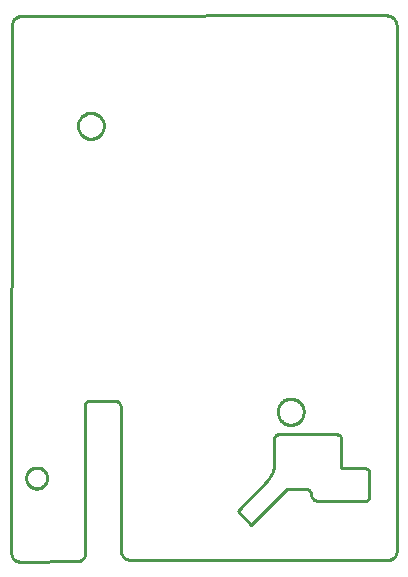
<source format=gko>
G04 EAGLE Gerber X2 export*
G75*
%MOMM*%
%FSLAX34Y34*%
%LPD*%
%AMOC8*
5,1,8,0,0,1.08239X$1,22.5*%
G01*
%ADD10C,0.076200*%
%ADD11C,0.000000*%
%ADD12C,0.254000*%


D10*
X324917Y5599D02*
X325101Y5601D01*
X325284Y5608D01*
X325468Y5619D01*
X325651Y5634D01*
X325833Y5654D01*
X326015Y5679D01*
X326197Y5707D01*
X326377Y5741D01*
X326557Y5778D01*
X326736Y5820D01*
X326914Y5866D01*
X327090Y5916D01*
X327266Y5971D01*
X327439Y6030D01*
X327612Y6093D01*
X327783Y6160D01*
X327952Y6231D01*
X328120Y6307D01*
X328285Y6386D01*
X328449Y6470D01*
X328610Y6557D01*
X328770Y6648D01*
X328927Y6743D01*
X329082Y6842D01*
X329234Y6944D01*
X329384Y7050D01*
X329531Y7160D01*
X329676Y7273D01*
X329818Y7390D01*
X329957Y7510D01*
X330093Y7634D01*
X330226Y7760D01*
X330356Y7890D01*
X330482Y8023D01*
X330606Y8159D01*
X330726Y8298D01*
X330843Y8440D01*
X330956Y8585D01*
X331066Y8732D01*
X331172Y8882D01*
X331274Y9034D01*
X331373Y9189D01*
X331468Y9346D01*
X331559Y9506D01*
X331646Y9667D01*
X331730Y9831D01*
X331809Y9996D01*
X331885Y10164D01*
X331956Y10333D01*
X332023Y10504D01*
X332086Y10677D01*
X332145Y10850D01*
X332200Y11026D01*
X332250Y11202D01*
X332296Y11380D01*
X332338Y11559D01*
X332375Y11739D01*
X332409Y11919D01*
X332437Y12101D01*
X332462Y12283D01*
X332482Y12465D01*
X332497Y12648D01*
X332508Y12832D01*
X332515Y13015D01*
X332517Y13199D01*
X332482Y49655D01*
X305582Y55583D02*
X265714Y55616D01*
X265562Y55618D01*
X265410Y55624D01*
X265259Y55634D01*
X265108Y55648D01*
X264957Y55666D01*
X264807Y55687D01*
X264657Y55713D01*
X264508Y55743D01*
X264360Y55776D01*
X264213Y55814D01*
X264067Y55855D01*
X263922Y55900D01*
X263778Y55949D01*
X263635Y56001D01*
X263494Y56057D01*
X263355Y56117D01*
X263217Y56181D01*
X263081Y56248D01*
X262946Y56319D01*
X262814Y56393D01*
X262684Y56471D01*
X262555Y56552D01*
X262429Y56636D01*
X262305Y56724D01*
X262183Y56815D01*
X262064Y56909D01*
X261947Y57006D01*
X261833Y57106D01*
X261722Y57209D01*
X261613Y57315D01*
X261507Y57424D01*
X261404Y57535D01*
X261304Y57649D01*
X261207Y57766D01*
X261113Y57885D01*
X261022Y58007D01*
X260934Y58131D01*
X260850Y58257D01*
X260769Y58386D01*
X260691Y58516D01*
X260617Y58648D01*
X260546Y58783D01*
X260479Y58919D01*
X260415Y59057D01*
X260355Y59196D01*
X260299Y59337D01*
X260247Y59480D01*
X260198Y59624D01*
X260153Y59769D01*
X260112Y59915D01*
X260074Y60062D01*
X260041Y60210D01*
X260011Y60359D01*
X259985Y60509D01*
X259964Y60659D01*
X259946Y60810D01*
X259932Y60961D01*
X259922Y61112D01*
X259916Y61264D01*
X259914Y61416D01*
X259912Y61542D01*
X259906Y61667D01*
X259896Y61792D01*
X259882Y61917D01*
X259865Y62042D01*
X259843Y62166D01*
X259818Y62289D01*
X259788Y62411D01*
X259755Y62532D01*
X259718Y62652D01*
X259678Y62771D01*
X259633Y62888D01*
X259585Y63005D01*
X259533Y63119D01*
X259478Y63232D01*
X259419Y63343D01*
X259357Y63452D01*
X259291Y63559D01*
X259222Y63664D01*
X259150Y63767D01*
X259075Y63868D01*
X258996Y63966D01*
X258914Y64061D01*
X258830Y64154D01*
X258742Y64244D01*
X258652Y64332D01*
X258559Y64416D01*
X258464Y64498D01*
X258366Y64577D01*
X258265Y64652D01*
X258162Y64724D01*
X258057Y64793D01*
X257950Y64859D01*
X257841Y64921D01*
X257730Y64980D01*
X257617Y65035D01*
X257503Y65087D01*
X257386Y65135D01*
X257269Y65180D01*
X257150Y65220D01*
X257030Y65257D01*
X256909Y65290D01*
X256787Y65320D01*
X256664Y65345D01*
X256540Y65367D01*
X256415Y65384D01*
X256290Y65398D01*
X256165Y65408D01*
X256040Y65414D01*
X255914Y65416D01*
X239514Y65416D01*
X209514Y35416D01*
X198114Y46816D01*
X223514Y73416D01*
X223819Y73743D01*
X224115Y74077D01*
X224404Y74419D01*
X224683Y74767D01*
X224954Y75122D01*
X225217Y75484D01*
X225470Y75851D01*
X225715Y76225D01*
X225950Y76605D01*
X226176Y76991D01*
X226392Y77381D01*
X226599Y77777D01*
X226796Y78178D01*
X226983Y78584D01*
X227160Y78994D01*
X227327Y79408D01*
X227484Y79827D01*
X227630Y80249D01*
X227766Y80674D01*
X227892Y81103D01*
X228007Y81534D01*
X228112Y81969D01*
X228206Y82405D01*
X228289Y82844D01*
X228362Y83285D01*
X228423Y83728D01*
X228474Y84171D01*
X228514Y84616D01*
X228514Y107816D01*
X228516Y107942D01*
X228522Y108067D01*
X228532Y108192D01*
X228546Y108317D01*
X228563Y108442D01*
X228585Y108566D01*
X228610Y108689D01*
X228640Y108811D01*
X228673Y108932D01*
X228710Y109052D01*
X228750Y109171D01*
X228795Y109288D01*
X228843Y109405D01*
X228895Y109519D01*
X228950Y109632D01*
X229009Y109743D01*
X229071Y109852D01*
X229137Y109959D01*
X229206Y110064D01*
X229278Y110167D01*
X229353Y110268D01*
X229432Y110366D01*
X229514Y110461D01*
X229598Y110554D01*
X229686Y110644D01*
X229776Y110732D01*
X229869Y110816D01*
X229964Y110898D01*
X230062Y110977D01*
X230163Y111052D01*
X230266Y111124D01*
X230371Y111193D01*
X230478Y111259D01*
X230587Y111321D01*
X230698Y111380D01*
X230811Y111435D01*
X230925Y111487D01*
X231042Y111535D01*
X231159Y111580D01*
X231278Y111620D01*
X231398Y111657D01*
X231519Y111690D01*
X231641Y111720D01*
X231764Y111745D01*
X231888Y111767D01*
X232013Y111784D01*
X232138Y111798D01*
X232263Y111808D01*
X232388Y111814D01*
X232514Y111816D01*
X281514Y111816D01*
X281640Y111814D01*
X281765Y111808D01*
X281890Y111798D01*
X282015Y111784D01*
X282140Y111767D01*
X282264Y111745D01*
X282387Y111720D01*
X282509Y111690D01*
X282630Y111657D01*
X282750Y111620D01*
X282869Y111580D01*
X282986Y111535D01*
X283103Y111487D01*
X283217Y111435D01*
X283330Y111380D01*
X283441Y111321D01*
X283550Y111259D01*
X283657Y111193D01*
X283762Y111124D01*
X283865Y111052D01*
X283966Y110977D01*
X284064Y110898D01*
X284159Y110816D01*
X284252Y110732D01*
X284342Y110644D01*
X284430Y110554D01*
X284514Y110461D01*
X284596Y110366D01*
X284675Y110268D01*
X284750Y110167D01*
X284822Y110064D01*
X284891Y109959D01*
X284957Y109852D01*
X285019Y109743D01*
X285078Y109632D01*
X285133Y109519D01*
X285185Y109405D01*
X285233Y109288D01*
X285278Y109171D01*
X285318Y109052D01*
X285355Y108932D01*
X285388Y108811D01*
X285418Y108689D01*
X285443Y108566D01*
X285465Y108442D01*
X285482Y108317D01*
X285496Y108192D01*
X285506Y108067D01*
X285512Y107942D01*
X285514Y107816D01*
X285514Y83016D01*
X305899Y82988D01*
X332482Y49655D02*
X332382Y457755D01*
X332379Y457968D01*
X332372Y458180D01*
X332359Y458392D01*
X332341Y458604D01*
X332318Y458816D01*
X332290Y459027D01*
X332256Y459237D01*
X332218Y459446D01*
X332175Y459654D01*
X332126Y459861D01*
X332073Y460067D01*
X332015Y460271D01*
X331951Y460474D01*
X331883Y460676D01*
X331810Y460876D01*
X331732Y461073D01*
X331650Y461269D01*
X331562Y461463D01*
X331471Y461655D01*
X331374Y461845D01*
X331273Y462032D01*
X331167Y462216D01*
X331057Y462398D01*
X330943Y462578D01*
X330824Y462754D01*
X330701Y462928D01*
X330574Y463098D01*
X330443Y463265D01*
X330308Y463430D01*
X330169Y463590D01*
X330026Y463748D01*
X329879Y463902D01*
X329729Y464052D01*
X329575Y464199D01*
X329417Y464342D01*
X329257Y464481D01*
X329092Y464616D01*
X328925Y464747D01*
X328755Y464874D01*
X328581Y464997D01*
X328405Y465116D01*
X328225Y465230D01*
X328043Y465340D01*
X327859Y465446D01*
X327672Y465547D01*
X327482Y465644D01*
X327290Y465735D01*
X327096Y465823D01*
X326900Y465905D01*
X326703Y465983D01*
X326503Y466056D01*
X326301Y466124D01*
X326098Y466188D01*
X325894Y466246D01*
X325688Y466299D01*
X325481Y466348D01*
X325273Y466391D01*
X325064Y466429D01*
X324854Y466463D01*
X324643Y466491D01*
X324431Y466514D01*
X324219Y466532D01*
X324007Y466545D01*
X323795Y466552D01*
X323582Y466555D01*
X15384Y466354D01*
X15167Y466351D01*
X14949Y466343D01*
X14732Y466330D01*
X14515Y466312D01*
X14299Y466288D01*
X14084Y466260D01*
X13869Y466226D01*
X13655Y466186D01*
X13442Y466142D01*
X13230Y466092D01*
X13020Y466038D01*
X12810Y465978D01*
X12603Y465914D01*
X12397Y465844D01*
X12193Y465769D01*
X11990Y465690D01*
X11790Y465605D01*
X11591Y465516D01*
X11395Y465422D01*
X11201Y465323D01*
X11010Y465220D01*
X10821Y465112D01*
X10635Y464999D01*
X10452Y464882D01*
X10271Y464761D01*
X10094Y464635D01*
X9920Y464505D01*
X9748Y464371D01*
X9580Y464233D01*
X9416Y464091D01*
X9255Y463944D01*
X9097Y463794D01*
X8944Y463641D01*
X8794Y463483D01*
X8647Y463322D01*
X8505Y463158D01*
X8367Y462990D01*
X8233Y462818D01*
X8103Y462644D01*
X7977Y462467D01*
X7856Y462286D01*
X7739Y462103D01*
X7626Y461917D01*
X7518Y461728D01*
X7415Y461537D01*
X7316Y461343D01*
X7222Y461147D01*
X7133Y460948D01*
X7048Y460748D01*
X6969Y460545D01*
X6894Y460341D01*
X6824Y460135D01*
X6760Y459928D01*
X6700Y459718D01*
X6646Y459508D01*
X6596Y459296D01*
X6552Y459083D01*
X6512Y458869D01*
X6478Y458654D01*
X6450Y458439D01*
X6426Y458223D01*
X6408Y458006D01*
X6395Y457789D01*
X6387Y457571D01*
X6384Y457354D01*
X6084Y11554D01*
X6086Y11370D01*
X6093Y11187D01*
X6104Y11003D01*
X6119Y10820D01*
X6139Y10638D01*
X6164Y10456D01*
X6192Y10274D01*
X6226Y10094D01*
X6263Y9914D01*
X6305Y9735D01*
X6351Y9557D01*
X6401Y9381D01*
X6456Y9205D01*
X6515Y9032D01*
X6578Y8859D01*
X6645Y8688D01*
X6716Y8519D01*
X6792Y8351D01*
X6871Y8186D01*
X6955Y8022D01*
X7042Y7861D01*
X7133Y7701D01*
X7228Y7544D01*
X7327Y7389D01*
X7429Y7237D01*
X7535Y7087D01*
X7645Y6940D01*
X7758Y6795D01*
X7875Y6653D01*
X7995Y6514D01*
X8119Y6378D01*
X8245Y6245D01*
X8375Y6115D01*
X8508Y5989D01*
X8644Y5865D01*
X8783Y5745D01*
X8925Y5628D01*
X9070Y5515D01*
X9217Y5405D01*
X9367Y5299D01*
X9519Y5197D01*
X9674Y5098D01*
X9831Y5003D01*
X9991Y4912D01*
X10152Y4825D01*
X10316Y4741D01*
X10481Y4662D01*
X10649Y4586D01*
X10818Y4515D01*
X10989Y4448D01*
X11162Y4385D01*
X11335Y4326D01*
X11511Y4271D01*
X11687Y4221D01*
X11865Y4175D01*
X12044Y4133D01*
X12224Y4096D01*
X12404Y4062D01*
X12586Y4034D01*
X12768Y4009D01*
X12950Y3989D01*
X13133Y3974D01*
X13317Y3963D01*
X13500Y3956D01*
X13684Y3954D01*
X62914Y4816D01*
X63060Y4818D01*
X63206Y4824D01*
X63352Y4834D01*
X63498Y4848D01*
X63643Y4865D01*
X63788Y4887D01*
X63932Y4913D01*
X64075Y4942D01*
X64217Y4976D01*
X64359Y5013D01*
X64499Y5054D01*
X64638Y5099D01*
X64776Y5147D01*
X64913Y5200D01*
X65048Y5255D01*
X65181Y5315D01*
X65313Y5378D01*
X65443Y5445D01*
X65572Y5515D01*
X65698Y5589D01*
X65822Y5666D01*
X65944Y5746D01*
X66064Y5830D01*
X66182Y5917D01*
X66297Y6007D01*
X66410Y6100D01*
X66520Y6197D01*
X66628Y6296D01*
X66732Y6398D01*
X66834Y6502D01*
X66933Y6610D01*
X67030Y6720D01*
X67123Y6833D01*
X67213Y6948D01*
X67300Y7066D01*
X67384Y7186D01*
X67464Y7308D01*
X67541Y7432D01*
X67615Y7558D01*
X67685Y7687D01*
X67752Y7817D01*
X67815Y7949D01*
X67875Y8082D01*
X67930Y8217D01*
X67983Y8354D01*
X68031Y8492D01*
X68076Y8631D01*
X68117Y8771D01*
X68154Y8913D01*
X68188Y9055D01*
X68217Y9198D01*
X68243Y9342D01*
X68265Y9487D01*
X68282Y9632D01*
X68296Y9778D01*
X68306Y9924D01*
X68312Y10070D01*
X68314Y10216D01*
X68314Y136416D01*
X68316Y136538D01*
X68322Y136659D01*
X68332Y136781D01*
X68345Y136902D01*
X68363Y137022D01*
X68384Y137142D01*
X68409Y137262D01*
X68438Y137380D01*
X68471Y137497D01*
X68508Y137613D01*
X68548Y137728D01*
X68592Y137842D01*
X68639Y137954D01*
X68690Y138065D01*
X68745Y138174D01*
X68803Y138281D01*
X68864Y138386D01*
X68929Y138489D01*
X68997Y138590D01*
X69069Y138689D01*
X69143Y138785D01*
X69221Y138879D01*
X69301Y138971D01*
X69384Y139060D01*
X69470Y139146D01*
X69559Y139229D01*
X69651Y139309D01*
X69745Y139387D01*
X69841Y139461D01*
X69940Y139533D01*
X70041Y139601D01*
X70144Y139666D01*
X70249Y139727D01*
X70356Y139785D01*
X70465Y139840D01*
X70576Y139891D01*
X70688Y139938D01*
X70802Y139982D01*
X70917Y140022D01*
X71033Y140059D01*
X71150Y140092D01*
X71268Y140121D01*
X71388Y140146D01*
X71508Y140167D01*
X71628Y140185D01*
X71749Y140198D01*
X71871Y140208D01*
X71992Y140214D01*
X72114Y140216D01*
X93514Y140216D01*
X93660Y140214D01*
X93806Y140208D01*
X93952Y140198D01*
X94098Y140184D01*
X94243Y140167D01*
X94388Y140145D01*
X94532Y140119D01*
X94675Y140090D01*
X94817Y140056D01*
X94959Y140019D01*
X95099Y139978D01*
X95238Y139933D01*
X95376Y139885D01*
X95513Y139832D01*
X95648Y139777D01*
X95781Y139717D01*
X95913Y139654D01*
X96043Y139587D01*
X96172Y139517D01*
X96298Y139443D01*
X96422Y139366D01*
X96544Y139286D01*
X96664Y139202D01*
X96782Y139115D01*
X96897Y139025D01*
X97010Y138932D01*
X97120Y138835D01*
X97228Y138736D01*
X97332Y138634D01*
X97434Y138530D01*
X97533Y138422D01*
X97630Y138312D01*
X97723Y138199D01*
X97813Y138084D01*
X97900Y137966D01*
X97984Y137846D01*
X98064Y137724D01*
X98141Y137600D01*
X98215Y137474D01*
X98285Y137345D01*
X98352Y137215D01*
X98415Y137083D01*
X98475Y136950D01*
X98530Y136815D01*
X98583Y136678D01*
X98631Y136540D01*
X98676Y136401D01*
X98717Y136261D01*
X98754Y136119D01*
X98788Y135977D01*
X98817Y135834D01*
X98843Y135690D01*
X98865Y135545D01*
X98882Y135400D01*
X98896Y135254D01*
X98906Y135108D01*
X98912Y134962D01*
X98914Y134816D01*
X98914Y13416D01*
X98916Y13228D01*
X98923Y13039D01*
X98934Y12851D01*
X98950Y12663D01*
X98971Y12476D01*
X98996Y12289D01*
X99025Y12103D01*
X99059Y11917D01*
X99098Y11733D01*
X99141Y11549D01*
X99188Y11367D01*
X99240Y11186D01*
X99296Y11006D01*
X99356Y10827D01*
X99421Y10650D01*
X99490Y10475D01*
X99563Y10301D01*
X99640Y10129D01*
X99722Y9959D01*
X99807Y9791D01*
X99897Y9625D01*
X99991Y9462D01*
X100088Y9300D01*
X100190Y9142D01*
X100295Y8985D01*
X100404Y8831D01*
X100516Y8680D01*
X100633Y8532D01*
X100752Y8386D01*
X100876Y8244D01*
X101002Y8104D01*
X101132Y7968D01*
X101266Y7834D01*
X101402Y7704D01*
X101542Y7578D01*
X101684Y7454D01*
X101830Y7335D01*
X101978Y7218D01*
X102129Y7106D01*
X102283Y6997D01*
X102440Y6892D01*
X102598Y6790D01*
X102760Y6693D01*
X102923Y6599D01*
X103089Y6509D01*
X103257Y6424D01*
X103427Y6342D01*
X103599Y6265D01*
X103773Y6192D01*
X103948Y6123D01*
X104125Y6058D01*
X104304Y5998D01*
X104484Y5942D01*
X104665Y5890D01*
X104847Y5843D01*
X105031Y5800D01*
X105215Y5761D01*
X105401Y5727D01*
X105587Y5698D01*
X105774Y5673D01*
X105961Y5652D01*
X106149Y5636D01*
X106337Y5625D01*
X106526Y5618D01*
X106714Y5616D01*
X324917Y5599D01*
D11*
X231716Y130960D02*
X231719Y131230D01*
X231729Y131500D01*
X231746Y131769D01*
X231769Y132038D01*
X231799Y132307D01*
X231835Y132574D01*
X231878Y132841D01*
X231927Y133106D01*
X231983Y133370D01*
X232046Y133633D01*
X232114Y133894D01*
X232190Y134153D01*
X232271Y134410D01*
X232359Y134666D01*
X232453Y134919D01*
X232553Y135170D01*
X232660Y135418D01*
X232772Y135663D01*
X232891Y135906D01*
X233015Y136145D01*
X233145Y136382D01*
X233281Y136615D01*
X233423Y136845D01*
X233570Y137071D01*
X233723Y137294D01*
X233881Y137513D01*
X234044Y137728D01*
X234213Y137938D01*
X234387Y138145D01*
X234566Y138347D01*
X234749Y138545D01*
X234938Y138738D01*
X235131Y138927D01*
X235329Y139110D01*
X235531Y139289D01*
X235738Y139463D01*
X235948Y139632D01*
X236163Y139795D01*
X236382Y139953D01*
X236605Y140106D01*
X236831Y140253D01*
X237061Y140395D01*
X237294Y140531D01*
X237531Y140661D01*
X237770Y140785D01*
X238013Y140904D01*
X238258Y141016D01*
X238506Y141123D01*
X238757Y141223D01*
X239010Y141317D01*
X239266Y141405D01*
X239523Y141486D01*
X239782Y141562D01*
X240043Y141630D01*
X240306Y141693D01*
X240570Y141749D01*
X240835Y141798D01*
X241102Y141841D01*
X241369Y141877D01*
X241638Y141907D01*
X241907Y141930D01*
X242176Y141947D01*
X242446Y141957D01*
X242716Y141960D01*
X242986Y141957D01*
X243256Y141947D01*
X243525Y141930D01*
X243794Y141907D01*
X244063Y141877D01*
X244330Y141841D01*
X244597Y141798D01*
X244862Y141749D01*
X245126Y141693D01*
X245389Y141630D01*
X245650Y141562D01*
X245909Y141486D01*
X246166Y141405D01*
X246422Y141317D01*
X246675Y141223D01*
X246926Y141123D01*
X247174Y141016D01*
X247419Y140904D01*
X247662Y140785D01*
X247901Y140661D01*
X248138Y140531D01*
X248371Y140395D01*
X248601Y140253D01*
X248827Y140106D01*
X249050Y139953D01*
X249269Y139795D01*
X249484Y139632D01*
X249694Y139463D01*
X249901Y139289D01*
X250103Y139110D01*
X250301Y138927D01*
X250494Y138738D01*
X250683Y138545D01*
X250866Y138347D01*
X251045Y138145D01*
X251219Y137938D01*
X251388Y137728D01*
X251551Y137513D01*
X251709Y137294D01*
X251862Y137071D01*
X252009Y136845D01*
X252151Y136615D01*
X252287Y136382D01*
X252417Y136145D01*
X252541Y135906D01*
X252660Y135663D01*
X252772Y135418D01*
X252879Y135170D01*
X252979Y134919D01*
X253073Y134666D01*
X253161Y134410D01*
X253242Y134153D01*
X253318Y133894D01*
X253386Y133633D01*
X253449Y133370D01*
X253505Y133106D01*
X253554Y132841D01*
X253597Y132574D01*
X253633Y132307D01*
X253663Y132038D01*
X253686Y131769D01*
X253703Y131500D01*
X253713Y131230D01*
X253716Y130960D01*
X253713Y130690D01*
X253703Y130420D01*
X253686Y130151D01*
X253663Y129882D01*
X253633Y129613D01*
X253597Y129346D01*
X253554Y129079D01*
X253505Y128814D01*
X253449Y128550D01*
X253386Y128287D01*
X253318Y128026D01*
X253242Y127767D01*
X253161Y127510D01*
X253073Y127254D01*
X252979Y127001D01*
X252879Y126750D01*
X252772Y126502D01*
X252660Y126257D01*
X252541Y126014D01*
X252417Y125775D01*
X252287Y125538D01*
X252151Y125305D01*
X252009Y125075D01*
X251862Y124849D01*
X251709Y124626D01*
X251551Y124407D01*
X251388Y124192D01*
X251219Y123982D01*
X251045Y123775D01*
X250866Y123573D01*
X250683Y123375D01*
X250494Y123182D01*
X250301Y122993D01*
X250103Y122810D01*
X249901Y122631D01*
X249694Y122457D01*
X249484Y122288D01*
X249269Y122125D01*
X249050Y121967D01*
X248827Y121814D01*
X248601Y121667D01*
X248371Y121525D01*
X248138Y121389D01*
X247901Y121259D01*
X247662Y121135D01*
X247419Y121016D01*
X247174Y120904D01*
X246926Y120797D01*
X246675Y120697D01*
X246422Y120603D01*
X246166Y120515D01*
X245909Y120434D01*
X245650Y120358D01*
X245389Y120290D01*
X245126Y120227D01*
X244862Y120171D01*
X244597Y120122D01*
X244330Y120079D01*
X244063Y120043D01*
X243794Y120013D01*
X243525Y119990D01*
X243256Y119973D01*
X242986Y119963D01*
X242716Y119960D01*
X242446Y119963D01*
X242176Y119973D01*
X241907Y119990D01*
X241638Y120013D01*
X241369Y120043D01*
X241102Y120079D01*
X240835Y120122D01*
X240570Y120171D01*
X240306Y120227D01*
X240043Y120290D01*
X239782Y120358D01*
X239523Y120434D01*
X239266Y120515D01*
X239010Y120603D01*
X238757Y120697D01*
X238506Y120797D01*
X238258Y120904D01*
X238013Y121016D01*
X237770Y121135D01*
X237531Y121259D01*
X237294Y121389D01*
X237061Y121525D01*
X236831Y121667D01*
X236605Y121814D01*
X236382Y121967D01*
X236163Y122125D01*
X235948Y122288D01*
X235738Y122457D01*
X235531Y122631D01*
X235329Y122810D01*
X235131Y122993D01*
X234938Y123182D01*
X234749Y123375D01*
X234566Y123573D01*
X234387Y123775D01*
X234213Y123982D01*
X234044Y124192D01*
X233881Y124407D01*
X233723Y124626D01*
X233570Y124849D01*
X233423Y125075D01*
X233281Y125305D01*
X233145Y125538D01*
X233015Y125775D01*
X232891Y126014D01*
X232772Y126257D01*
X232660Y126502D01*
X232553Y126750D01*
X232453Y127001D01*
X232359Y127254D01*
X232271Y127510D01*
X232190Y127767D01*
X232114Y128026D01*
X232046Y128287D01*
X231983Y128550D01*
X231927Y128814D01*
X231878Y129079D01*
X231835Y129346D01*
X231799Y129613D01*
X231769Y129882D01*
X231746Y130151D01*
X231729Y130420D01*
X231719Y130690D01*
X231716Y130960D01*
X62583Y372960D02*
X62586Y373230D01*
X62596Y373500D01*
X62613Y373769D01*
X62636Y374038D01*
X62666Y374307D01*
X62702Y374574D01*
X62745Y374841D01*
X62794Y375106D01*
X62850Y375370D01*
X62913Y375633D01*
X62981Y375894D01*
X63057Y376153D01*
X63138Y376410D01*
X63226Y376666D01*
X63320Y376919D01*
X63420Y377170D01*
X63527Y377418D01*
X63639Y377663D01*
X63758Y377906D01*
X63882Y378145D01*
X64012Y378382D01*
X64148Y378615D01*
X64290Y378845D01*
X64437Y379071D01*
X64590Y379294D01*
X64748Y379513D01*
X64911Y379728D01*
X65080Y379938D01*
X65254Y380145D01*
X65433Y380347D01*
X65616Y380545D01*
X65805Y380738D01*
X65998Y380927D01*
X66196Y381110D01*
X66398Y381289D01*
X66605Y381463D01*
X66815Y381632D01*
X67030Y381795D01*
X67249Y381953D01*
X67472Y382106D01*
X67698Y382253D01*
X67928Y382395D01*
X68161Y382531D01*
X68398Y382661D01*
X68637Y382785D01*
X68880Y382904D01*
X69125Y383016D01*
X69373Y383123D01*
X69624Y383223D01*
X69877Y383317D01*
X70133Y383405D01*
X70390Y383486D01*
X70649Y383562D01*
X70910Y383630D01*
X71173Y383693D01*
X71437Y383749D01*
X71702Y383798D01*
X71969Y383841D01*
X72236Y383877D01*
X72505Y383907D01*
X72774Y383930D01*
X73043Y383947D01*
X73313Y383957D01*
X73583Y383960D01*
X73853Y383957D01*
X74123Y383947D01*
X74392Y383930D01*
X74661Y383907D01*
X74930Y383877D01*
X75197Y383841D01*
X75464Y383798D01*
X75729Y383749D01*
X75993Y383693D01*
X76256Y383630D01*
X76517Y383562D01*
X76776Y383486D01*
X77033Y383405D01*
X77289Y383317D01*
X77542Y383223D01*
X77793Y383123D01*
X78041Y383016D01*
X78286Y382904D01*
X78529Y382785D01*
X78768Y382661D01*
X79005Y382531D01*
X79238Y382395D01*
X79468Y382253D01*
X79694Y382106D01*
X79917Y381953D01*
X80136Y381795D01*
X80351Y381632D01*
X80561Y381463D01*
X80768Y381289D01*
X80970Y381110D01*
X81168Y380927D01*
X81361Y380738D01*
X81550Y380545D01*
X81733Y380347D01*
X81912Y380145D01*
X82086Y379938D01*
X82255Y379728D01*
X82418Y379513D01*
X82576Y379294D01*
X82729Y379071D01*
X82876Y378845D01*
X83018Y378615D01*
X83154Y378382D01*
X83284Y378145D01*
X83408Y377906D01*
X83527Y377663D01*
X83639Y377418D01*
X83746Y377170D01*
X83846Y376919D01*
X83940Y376666D01*
X84028Y376410D01*
X84109Y376153D01*
X84185Y375894D01*
X84253Y375633D01*
X84316Y375370D01*
X84372Y375106D01*
X84421Y374841D01*
X84464Y374574D01*
X84500Y374307D01*
X84530Y374038D01*
X84553Y373769D01*
X84570Y373500D01*
X84580Y373230D01*
X84583Y372960D01*
X84580Y372690D01*
X84570Y372420D01*
X84553Y372151D01*
X84530Y371882D01*
X84500Y371613D01*
X84464Y371346D01*
X84421Y371079D01*
X84372Y370814D01*
X84316Y370550D01*
X84253Y370287D01*
X84185Y370026D01*
X84109Y369767D01*
X84028Y369510D01*
X83940Y369254D01*
X83846Y369001D01*
X83746Y368750D01*
X83639Y368502D01*
X83527Y368257D01*
X83408Y368014D01*
X83284Y367775D01*
X83154Y367538D01*
X83018Y367305D01*
X82876Y367075D01*
X82729Y366849D01*
X82576Y366626D01*
X82418Y366407D01*
X82255Y366192D01*
X82086Y365982D01*
X81912Y365775D01*
X81733Y365573D01*
X81550Y365375D01*
X81361Y365182D01*
X81168Y364993D01*
X80970Y364810D01*
X80768Y364631D01*
X80561Y364457D01*
X80351Y364288D01*
X80136Y364125D01*
X79917Y363967D01*
X79694Y363814D01*
X79468Y363667D01*
X79238Y363525D01*
X79005Y363389D01*
X78768Y363259D01*
X78529Y363135D01*
X78286Y363016D01*
X78041Y362904D01*
X77793Y362797D01*
X77542Y362697D01*
X77289Y362603D01*
X77033Y362515D01*
X76776Y362434D01*
X76517Y362358D01*
X76256Y362290D01*
X75993Y362227D01*
X75729Y362171D01*
X75464Y362122D01*
X75197Y362079D01*
X74930Y362043D01*
X74661Y362013D01*
X74392Y361990D01*
X74123Y361973D01*
X73853Y361963D01*
X73583Y361960D01*
X73313Y361963D01*
X73043Y361973D01*
X72774Y361990D01*
X72505Y362013D01*
X72236Y362043D01*
X71969Y362079D01*
X71702Y362122D01*
X71437Y362171D01*
X71173Y362227D01*
X70910Y362290D01*
X70649Y362358D01*
X70390Y362434D01*
X70133Y362515D01*
X69877Y362603D01*
X69624Y362697D01*
X69373Y362797D01*
X69125Y362904D01*
X68880Y363016D01*
X68637Y363135D01*
X68398Y363259D01*
X68161Y363389D01*
X67928Y363525D01*
X67698Y363667D01*
X67472Y363814D01*
X67249Y363967D01*
X67030Y364125D01*
X66815Y364288D01*
X66605Y364457D01*
X66398Y364631D01*
X66196Y364810D01*
X65998Y364993D01*
X65805Y365182D01*
X65616Y365375D01*
X65433Y365573D01*
X65254Y365775D01*
X65080Y365982D01*
X64911Y366192D01*
X64748Y366407D01*
X64590Y366626D01*
X64437Y366849D01*
X64290Y367075D01*
X64148Y367305D01*
X64012Y367538D01*
X63882Y367775D01*
X63758Y368014D01*
X63639Y368257D01*
X63527Y368502D01*
X63420Y368750D01*
X63320Y369001D01*
X63226Y369254D01*
X63138Y369510D01*
X63057Y369767D01*
X62981Y370026D01*
X62913Y370287D01*
X62850Y370550D01*
X62794Y370814D01*
X62745Y371079D01*
X62702Y371346D01*
X62666Y371613D01*
X62636Y371882D01*
X62613Y372151D01*
X62596Y372420D01*
X62586Y372690D01*
X62583Y372960D01*
X18795Y74866D02*
X18798Y75084D01*
X18806Y75302D01*
X18819Y75520D01*
X18838Y75737D01*
X18862Y75954D01*
X18891Y76170D01*
X18926Y76386D01*
X18966Y76600D01*
X19011Y76814D01*
X19061Y77026D01*
X19117Y77237D01*
X19178Y77447D01*
X19244Y77655D01*
X19315Y77861D01*
X19391Y78065D01*
X19472Y78268D01*
X19558Y78469D01*
X19649Y78667D01*
X19744Y78863D01*
X19845Y79057D01*
X19950Y79248D01*
X20060Y79436D01*
X20174Y79622D01*
X20293Y79805D01*
X20417Y79985D01*
X20544Y80162D01*
X20677Y80335D01*
X20813Y80506D01*
X20953Y80673D01*
X21098Y80836D01*
X21246Y80996D01*
X21399Y81152D01*
X21555Y81305D01*
X21715Y81453D01*
X21878Y81598D01*
X22045Y81738D01*
X22216Y81874D01*
X22389Y82007D01*
X22566Y82134D01*
X22746Y82258D01*
X22929Y82377D01*
X23115Y82491D01*
X23303Y82601D01*
X23494Y82706D01*
X23688Y82807D01*
X23884Y82902D01*
X24082Y82993D01*
X24283Y83079D01*
X24486Y83160D01*
X24690Y83236D01*
X24896Y83307D01*
X25104Y83373D01*
X25314Y83434D01*
X25525Y83490D01*
X25737Y83540D01*
X25951Y83585D01*
X26165Y83625D01*
X26381Y83660D01*
X26597Y83689D01*
X26814Y83713D01*
X27031Y83732D01*
X27249Y83745D01*
X27467Y83753D01*
X27685Y83756D01*
X27903Y83753D01*
X28121Y83745D01*
X28339Y83732D01*
X28556Y83713D01*
X28773Y83689D01*
X28989Y83660D01*
X29205Y83625D01*
X29419Y83585D01*
X29633Y83540D01*
X29845Y83490D01*
X30056Y83434D01*
X30266Y83373D01*
X30474Y83307D01*
X30680Y83236D01*
X30884Y83160D01*
X31087Y83079D01*
X31288Y82993D01*
X31486Y82902D01*
X31682Y82807D01*
X31876Y82706D01*
X32067Y82601D01*
X32255Y82491D01*
X32441Y82377D01*
X32624Y82258D01*
X32804Y82134D01*
X32981Y82007D01*
X33154Y81874D01*
X33325Y81738D01*
X33492Y81598D01*
X33655Y81453D01*
X33815Y81305D01*
X33971Y81152D01*
X34124Y80996D01*
X34272Y80836D01*
X34417Y80673D01*
X34557Y80506D01*
X34693Y80335D01*
X34826Y80162D01*
X34953Y79985D01*
X35077Y79805D01*
X35196Y79622D01*
X35310Y79436D01*
X35420Y79248D01*
X35525Y79057D01*
X35626Y78863D01*
X35721Y78667D01*
X35812Y78469D01*
X35898Y78268D01*
X35979Y78065D01*
X36055Y77861D01*
X36126Y77655D01*
X36192Y77447D01*
X36253Y77237D01*
X36309Y77026D01*
X36359Y76814D01*
X36404Y76600D01*
X36444Y76386D01*
X36479Y76170D01*
X36508Y75954D01*
X36532Y75737D01*
X36551Y75520D01*
X36564Y75302D01*
X36572Y75084D01*
X36575Y74866D01*
X36572Y74648D01*
X36564Y74430D01*
X36551Y74212D01*
X36532Y73995D01*
X36508Y73778D01*
X36479Y73562D01*
X36444Y73346D01*
X36404Y73132D01*
X36359Y72918D01*
X36309Y72706D01*
X36253Y72495D01*
X36192Y72285D01*
X36126Y72077D01*
X36055Y71871D01*
X35979Y71667D01*
X35898Y71464D01*
X35812Y71263D01*
X35721Y71065D01*
X35626Y70869D01*
X35525Y70675D01*
X35420Y70484D01*
X35310Y70296D01*
X35196Y70110D01*
X35077Y69927D01*
X34953Y69747D01*
X34826Y69570D01*
X34693Y69397D01*
X34557Y69226D01*
X34417Y69059D01*
X34272Y68896D01*
X34124Y68736D01*
X33971Y68580D01*
X33815Y68427D01*
X33655Y68279D01*
X33492Y68134D01*
X33325Y67994D01*
X33154Y67858D01*
X32981Y67725D01*
X32804Y67598D01*
X32624Y67474D01*
X32441Y67355D01*
X32255Y67241D01*
X32067Y67131D01*
X31876Y67026D01*
X31682Y66925D01*
X31486Y66830D01*
X31288Y66739D01*
X31087Y66653D01*
X30884Y66572D01*
X30680Y66496D01*
X30474Y66425D01*
X30266Y66359D01*
X30056Y66298D01*
X29845Y66242D01*
X29633Y66192D01*
X29419Y66147D01*
X29205Y66107D01*
X28989Y66072D01*
X28773Y66043D01*
X28556Y66019D01*
X28339Y66000D01*
X28121Y65987D01*
X27903Y65979D01*
X27685Y65976D01*
X27467Y65979D01*
X27249Y65987D01*
X27031Y66000D01*
X26814Y66019D01*
X26597Y66043D01*
X26381Y66072D01*
X26165Y66107D01*
X25951Y66147D01*
X25737Y66192D01*
X25525Y66242D01*
X25314Y66298D01*
X25104Y66359D01*
X24896Y66425D01*
X24690Y66496D01*
X24486Y66572D01*
X24283Y66653D01*
X24082Y66739D01*
X23884Y66830D01*
X23688Y66925D01*
X23494Y67026D01*
X23303Y67131D01*
X23115Y67241D01*
X22929Y67355D01*
X22746Y67474D01*
X22566Y67598D01*
X22389Y67725D01*
X22216Y67858D01*
X22045Y67994D01*
X21878Y68134D01*
X21715Y68279D01*
X21555Y68427D01*
X21399Y68580D01*
X21246Y68736D01*
X21098Y68896D01*
X20953Y69059D01*
X20813Y69226D01*
X20677Y69397D01*
X20544Y69570D01*
X20417Y69747D01*
X20293Y69927D01*
X20174Y70110D01*
X20060Y70296D01*
X19950Y70484D01*
X19845Y70675D01*
X19744Y70869D01*
X19649Y71065D01*
X19558Y71263D01*
X19472Y71464D01*
X19391Y71667D01*
X19315Y71871D01*
X19244Y72077D01*
X19178Y72285D01*
X19117Y72495D01*
X19061Y72706D01*
X19011Y72918D01*
X18966Y73132D01*
X18926Y73346D01*
X18891Y73562D01*
X18862Y73778D01*
X18838Y73995D01*
X18819Y74212D01*
X18806Y74430D01*
X18798Y74648D01*
X18795Y74866D01*
D10*
X309103Y79784D02*
X309081Y58552D01*
X309103Y79784D02*
X309101Y79896D01*
X309095Y80007D01*
X309085Y80119D01*
X309072Y80230D01*
X309054Y80340D01*
X309033Y80450D01*
X309008Y80559D01*
X308979Y80667D01*
X308946Y80774D01*
X308910Y80880D01*
X308870Y80984D01*
X308826Y81087D01*
X308779Y81189D01*
X308728Y81288D01*
X308674Y81386D01*
X308616Y81482D01*
X308555Y81576D01*
X308491Y81667D01*
X308424Y81757D01*
X308353Y81843D01*
X308280Y81928D01*
X308204Y82010D01*
X308125Y82089D01*
X308043Y82165D01*
X307958Y82238D01*
X307872Y82309D01*
X307782Y82376D01*
X307691Y82440D01*
X307597Y82501D01*
X307501Y82559D01*
X307403Y82613D01*
X307304Y82664D01*
X307202Y82711D01*
X307099Y82755D01*
X306995Y82795D01*
X306889Y82831D01*
X306782Y82864D01*
X306674Y82893D01*
X306565Y82918D01*
X306455Y82939D01*
X306345Y82957D01*
X306234Y82970D01*
X306122Y82980D01*
X306011Y82986D01*
X305899Y82988D01*
X305572Y55583D02*
X305582Y55583D01*
X306111Y55583D01*
X306111Y55582D02*
X306217Y55584D01*
X306323Y55590D01*
X306428Y55599D01*
X306534Y55612D01*
X306638Y55629D01*
X306742Y55650D01*
X306846Y55674D01*
X306948Y55702D01*
X307049Y55734D01*
X307149Y55769D01*
X307248Y55808D01*
X307345Y55850D01*
X307440Y55896D01*
X307534Y55945D01*
X307627Y55998D01*
X307717Y56053D01*
X307805Y56112D01*
X307891Y56174D01*
X307975Y56239D01*
X308056Y56307D01*
X308135Y56378D01*
X308211Y56452D01*
X308285Y56528D01*
X308356Y56607D01*
X308424Y56688D01*
X308489Y56772D01*
X308551Y56858D01*
X308610Y56946D01*
X308665Y57036D01*
X308718Y57129D01*
X308767Y57223D01*
X308813Y57318D01*
X308855Y57415D01*
X308894Y57514D01*
X308929Y57614D01*
X308961Y57715D01*
X308989Y57817D01*
X309013Y57921D01*
X309034Y58025D01*
X309051Y58129D01*
X309064Y58235D01*
X309073Y58340D01*
X309079Y58446D01*
X309081Y58552D01*
D12*
X6084Y11554D02*
X6113Y10892D01*
X6199Y10234D01*
X6343Y9587D01*
X6542Y8955D01*
X6796Y8342D01*
X7102Y7754D01*
X7458Y7195D01*
X7862Y6669D01*
X8310Y6180D01*
X8799Y5732D01*
X9325Y5329D01*
X9884Y4972D01*
X10472Y4666D01*
X11085Y4412D01*
X11717Y4213D01*
X12364Y4070D01*
X13021Y3983D01*
X13684Y3954D01*
X62914Y4816D01*
X63385Y4837D01*
X63852Y4898D01*
X64312Y5000D01*
X64761Y5142D01*
X65197Y5322D01*
X65614Y5539D01*
X66012Y5793D01*
X66385Y6079D01*
X66733Y6398D01*
X67051Y6745D01*
X67338Y7119D01*
X67591Y7516D01*
X67808Y7934D01*
X67989Y8369D01*
X68130Y8818D01*
X68232Y9278D01*
X68294Y9745D01*
X68314Y10216D01*
X68314Y136416D01*
X68329Y136747D01*
X68372Y137076D01*
X68444Y137400D01*
X68544Y137716D01*
X68670Y138022D01*
X68824Y138316D01*
X69002Y138596D01*
X69203Y138859D01*
X69427Y139103D01*
X69672Y139327D01*
X69935Y139529D01*
X70214Y139707D01*
X70508Y139860D01*
X70815Y139987D01*
X71131Y140087D01*
X71455Y140158D01*
X71783Y140202D01*
X72114Y140216D01*
X93514Y140216D01*
X93985Y140195D01*
X94452Y140134D01*
X94912Y140032D01*
X95361Y139890D01*
X95797Y139710D01*
X96214Y139493D01*
X96612Y139239D01*
X96985Y138953D01*
X97333Y138634D01*
X97651Y138287D01*
X97938Y137913D01*
X98191Y137516D01*
X98408Y137098D01*
X98589Y136663D01*
X98730Y136214D01*
X98832Y135754D01*
X98894Y135287D01*
X98914Y134816D01*
X98914Y13416D01*
X98944Y12736D01*
X99033Y12062D01*
X99180Y11397D01*
X99385Y10748D01*
X99645Y10120D01*
X99959Y9516D01*
X100325Y8942D01*
X100739Y8402D01*
X101199Y7901D01*
X101701Y7441D01*
X102241Y7027D01*
X102814Y6661D01*
X103418Y6347D01*
X104047Y6086D01*
X104696Y5882D01*
X105360Y5735D01*
X106035Y5646D01*
X106714Y5616D01*
X324917Y5599D01*
X325579Y5628D01*
X326236Y5715D01*
X326884Y5858D01*
X327516Y6058D01*
X328129Y6311D01*
X328717Y6618D01*
X329276Y6974D01*
X329802Y7377D01*
X330291Y7825D01*
X330739Y8314D01*
X331142Y8840D01*
X331498Y9399D01*
X331805Y9987D01*
X332058Y10600D01*
X332258Y11232D01*
X332401Y11880D01*
X332488Y12537D01*
X332517Y13199D01*
X332482Y49655D01*
X332382Y457755D01*
X332349Y458522D01*
X332248Y459283D01*
X332082Y460032D01*
X331851Y460764D01*
X331558Y461474D01*
X331203Y462155D01*
X330791Y462802D01*
X330323Y463411D01*
X329805Y463977D01*
X329239Y464496D01*
X328630Y464963D01*
X327982Y465376D01*
X327301Y465730D01*
X326592Y466024D01*
X325860Y466255D01*
X325110Y466421D01*
X324349Y466521D01*
X323582Y466555D01*
X15384Y466354D01*
X14599Y466320D01*
X13821Y466217D01*
X13054Y466047D01*
X12306Y465811D01*
X11580Y465511D01*
X10884Y465148D01*
X10222Y464726D01*
X9599Y464249D01*
X9020Y463718D01*
X8489Y463139D01*
X8011Y462516D01*
X7590Y461854D01*
X7227Y461158D01*
X6927Y460432D01*
X6691Y459683D01*
X6521Y458917D01*
X6418Y458139D01*
X6384Y457354D01*
X6084Y11554D01*
X198114Y46816D02*
X209514Y35416D01*
X239514Y65416D01*
X255914Y65416D01*
X256263Y65401D01*
X256609Y65355D01*
X256950Y65280D01*
X257283Y65175D01*
X257605Y65041D01*
X257914Y64880D01*
X258209Y64693D01*
X258486Y64480D01*
X258743Y64244D01*
X258979Y63987D01*
X259191Y63710D01*
X259379Y63416D01*
X259540Y63106D01*
X259673Y62784D01*
X259778Y62451D01*
X259854Y62111D01*
X259899Y61765D01*
X259914Y61416D01*
X259936Y60911D01*
X260003Y60409D01*
X260112Y59915D01*
X260264Y59432D01*
X260458Y58965D01*
X260691Y58516D01*
X260963Y58089D01*
X261271Y57688D01*
X261613Y57315D01*
X261986Y56973D01*
X262388Y56665D01*
X262814Y56393D01*
X263263Y56159D01*
X263731Y55966D01*
X264213Y55814D01*
X264707Y55704D01*
X265209Y55638D01*
X265714Y55616D01*
X305582Y55583D01*
X306111Y55583D01*
X306370Y55594D01*
X306627Y55628D01*
X306880Y55684D01*
X307127Y55762D01*
X307366Y55861D01*
X307596Y55981D01*
X307815Y56120D01*
X308020Y56278D01*
X308211Y56453D01*
X308386Y56644D01*
X308544Y56849D01*
X308683Y57068D01*
X308803Y57297D01*
X308902Y57537D01*
X308980Y57784D01*
X309036Y58037D01*
X309070Y58294D01*
X309081Y58552D01*
X309103Y79784D01*
X309091Y80064D01*
X309054Y80341D01*
X308994Y80614D01*
X308910Y80880D01*
X308803Y81138D01*
X308674Y81386D01*
X308523Y81622D01*
X308353Y81844D01*
X308164Y82050D01*
X307958Y82239D01*
X307737Y82409D01*
X307501Y82559D01*
X307253Y82688D01*
X306995Y82795D01*
X306728Y82879D01*
X306455Y82939D01*
X306178Y82976D01*
X305899Y82988D01*
X285514Y83016D01*
X285514Y107816D01*
X285499Y108165D01*
X285454Y108511D01*
X285378Y108851D01*
X285273Y109184D01*
X285140Y109506D01*
X284979Y109816D01*
X284791Y110110D01*
X284579Y110387D01*
X284343Y110644D01*
X284086Y110880D01*
X283809Y111093D01*
X283514Y111280D01*
X283205Y111441D01*
X282883Y111575D01*
X282550Y111680D01*
X282209Y111755D01*
X281863Y111801D01*
X281514Y111816D01*
X232514Y111816D01*
X232166Y111801D01*
X231820Y111755D01*
X231479Y111680D01*
X231146Y111575D01*
X230824Y111441D01*
X230514Y111280D01*
X230220Y111093D01*
X229943Y110880D01*
X229686Y110644D01*
X229450Y110387D01*
X229238Y110110D01*
X229050Y109816D01*
X228889Y109506D01*
X228756Y109184D01*
X228651Y108851D01*
X228575Y108511D01*
X228530Y108165D01*
X228514Y107816D01*
X228514Y84616D01*
X228360Y83273D01*
X228051Y81710D01*
X227607Y80180D01*
X227032Y78694D01*
X226329Y77264D01*
X225504Y75901D01*
X224563Y74615D01*
X223514Y73416D01*
X198114Y46816D01*
X253716Y130528D02*
X253648Y129666D01*
X253513Y128813D01*
X253311Y127972D01*
X253044Y127150D01*
X252713Y126352D01*
X252321Y125581D01*
X251869Y124844D01*
X251361Y124145D01*
X250800Y123488D01*
X250188Y122877D01*
X249531Y122315D01*
X248832Y121807D01*
X248095Y121355D01*
X247325Y120963D01*
X246526Y120632D01*
X245704Y120365D01*
X244864Y120163D01*
X244010Y120028D01*
X243148Y119960D01*
X242284Y119960D01*
X241422Y120028D01*
X240568Y120163D01*
X239728Y120365D01*
X238906Y120632D01*
X238107Y120963D01*
X237337Y121355D01*
X236600Y121807D01*
X235901Y122315D01*
X235243Y122877D01*
X234632Y123488D01*
X234071Y124145D01*
X233563Y124844D01*
X233111Y125581D01*
X232719Y126352D01*
X232388Y127150D01*
X232121Y127972D01*
X231919Y128813D01*
X231784Y129666D01*
X231716Y130528D01*
X231716Y131393D01*
X231784Y132254D01*
X231919Y133108D01*
X232121Y133949D01*
X232388Y134771D01*
X232719Y135569D01*
X233111Y136339D01*
X233563Y137076D01*
X234071Y137776D01*
X234632Y138433D01*
X235243Y139044D01*
X235901Y139606D01*
X236600Y140114D01*
X237337Y140565D01*
X238107Y140958D01*
X238906Y141288D01*
X239728Y141556D01*
X240568Y141757D01*
X241422Y141893D01*
X242284Y141960D01*
X243148Y141960D01*
X244010Y141893D01*
X244864Y141757D01*
X245704Y141556D01*
X246526Y141288D01*
X247325Y140958D01*
X248095Y140565D01*
X248832Y140114D01*
X249531Y139606D01*
X250188Y139044D01*
X250800Y138433D01*
X251361Y137776D01*
X251869Y137076D01*
X252321Y136339D01*
X252713Y135569D01*
X253044Y134771D01*
X253311Y133949D01*
X253513Y133108D01*
X253648Y132254D01*
X253716Y131393D01*
X253716Y130528D01*
X84583Y372528D02*
X84516Y371666D01*
X84380Y370813D01*
X84179Y369972D01*
X83912Y369150D01*
X83581Y368352D01*
X83188Y367581D01*
X82737Y366844D01*
X82229Y366145D01*
X81667Y365488D01*
X81056Y364877D01*
X80399Y364315D01*
X79699Y363807D01*
X78962Y363355D01*
X78192Y362963D01*
X77394Y362632D01*
X76572Y362365D01*
X75731Y362163D01*
X74877Y362028D01*
X74016Y361960D01*
X73151Y361960D01*
X72290Y362028D01*
X71436Y362163D01*
X70595Y362365D01*
X69773Y362632D01*
X68975Y362963D01*
X68205Y363355D01*
X67467Y363807D01*
X66768Y364315D01*
X66111Y364877D01*
X65500Y365488D01*
X64938Y366145D01*
X64430Y366844D01*
X63979Y367581D01*
X63586Y368352D01*
X63255Y369150D01*
X62988Y369972D01*
X62787Y370813D01*
X62651Y371666D01*
X62583Y372528D01*
X62583Y373393D01*
X62651Y374254D01*
X62787Y375108D01*
X62988Y375949D01*
X63255Y376771D01*
X63586Y377569D01*
X63979Y378339D01*
X64430Y379076D01*
X64938Y379776D01*
X65500Y380433D01*
X66111Y381044D01*
X66768Y381606D01*
X67467Y382114D01*
X68205Y382565D01*
X68975Y382958D01*
X69773Y383288D01*
X70595Y383556D01*
X71436Y383757D01*
X72290Y383893D01*
X73151Y383960D01*
X74016Y383960D01*
X74877Y383893D01*
X75731Y383757D01*
X76572Y383556D01*
X77394Y383288D01*
X78192Y382958D01*
X78962Y382565D01*
X79699Y382114D01*
X80399Y381606D01*
X81056Y381044D01*
X81667Y380433D01*
X82229Y379776D01*
X82737Y379076D01*
X83188Y378339D01*
X83581Y377569D01*
X83912Y376771D01*
X84179Y375949D01*
X84380Y375108D01*
X84516Y374254D01*
X84583Y373393D01*
X84583Y372528D01*
X36575Y74478D02*
X36507Y73704D01*
X36372Y72940D01*
X36171Y72190D01*
X35906Y71460D01*
X35578Y70757D01*
X35190Y70085D01*
X34744Y69449D01*
X34245Y68854D01*
X33696Y68305D01*
X33102Y67806D01*
X32466Y67361D01*
X31794Y66973D01*
X31090Y66645D01*
X30361Y66379D01*
X29611Y66178D01*
X28846Y66043D01*
X28073Y65976D01*
X27297Y65976D01*
X26523Y66043D01*
X25759Y66178D01*
X25009Y66379D01*
X24279Y66645D01*
X23576Y66973D01*
X22904Y67361D01*
X22268Y67806D01*
X21673Y68305D01*
X21124Y68854D01*
X20625Y69449D01*
X20180Y70085D01*
X19792Y70757D01*
X19464Y71460D01*
X19198Y72190D01*
X18997Y72940D01*
X18862Y73704D01*
X18795Y74478D01*
X18795Y75254D01*
X18862Y76027D01*
X18997Y76792D01*
X19198Y77542D01*
X19464Y78271D01*
X19792Y78975D01*
X20180Y79647D01*
X20625Y80283D01*
X21124Y80877D01*
X21673Y81426D01*
X22268Y81925D01*
X22904Y82371D01*
X23576Y82759D01*
X24279Y83087D01*
X25009Y83352D01*
X25759Y83553D01*
X26523Y83688D01*
X27297Y83756D01*
X28073Y83756D01*
X28846Y83688D01*
X29611Y83553D01*
X30361Y83352D01*
X31090Y83087D01*
X31794Y82759D01*
X32466Y82371D01*
X33102Y81925D01*
X33696Y81426D01*
X34245Y80877D01*
X34744Y80283D01*
X35190Y79647D01*
X35578Y78975D01*
X35906Y78271D01*
X36171Y77542D01*
X36372Y76792D01*
X36507Y76027D01*
X36575Y75254D01*
X36575Y74478D01*
X253716Y130528D02*
X253648Y129666D01*
X253513Y128813D01*
X253311Y127972D01*
X253044Y127150D01*
X252713Y126352D01*
X252321Y125581D01*
X251869Y124844D01*
X251361Y124145D01*
X250800Y123488D01*
X250188Y122877D01*
X249531Y122315D01*
X248832Y121807D01*
X248095Y121355D01*
X247325Y120963D01*
X246526Y120632D01*
X245704Y120365D01*
X244864Y120163D01*
X244010Y120028D01*
X243148Y119960D01*
X242284Y119960D01*
X241422Y120028D01*
X240568Y120163D01*
X239728Y120365D01*
X238906Y120632D01*
X238107Y120963D01*
X237337Y121355D01*
X236600Y121807D01*
X235901Y122315D01*
X235243Y122877D01*
X234632Y123488D01*
X234071Y124145D01*
X233563Y124844D01*
X233111Y125581D01*
X232719Y126352D01*
X232388Y127150D01*
X232121Y127972D01*
X231919Y128813D01*
X231784Y129666D01*
X231716Y130528D01*
X231716Y131393D01*
X231784Y132254D01*
X231919Y133108D01*
X232121Y133949D01*
X232388Y134771D01*
X232719Y135569D01*
X233111Y136339D01*
X233563Y137076D01*
X234071Y137776D01*
X234632Y138433D01*
X235243Y139044D01*
X235901Y139606D01*
X236600Y140114D01*
X237337Y140565D01*
X238107Y140958D01*
X238906Y141288D01*
X239728Y141556D01*
X240568Y141757D01*
X241422Y141893D01*
X242284Y141960D01*
X243148Y141960D01*
X244010Y141893D01*
X244864Y141757D01*
X245704Y141556D01*
X246526Y141288D01*
X247325Y140958D01*
X248095Y140565D01*
X248832Y140114D01*
X249531Y139606D01*
X250188Y139044D01*
X250800Y138433D01*
X251361Y137776D01*
X251869Y137076D01*
X252321Y136339D01*
X252713Y135569D01*
X253044Y134771D01*
X253311Y133949D01*
X253513Y133108D01*
X253648Y132254D01*
X253716Y131393D01*
X253716Y130528D01*
X84583Y372528D02*
X84516Y371666D01*
X84380Y370813D01*
X84179Y369972D01*
X83912Y369150D01*
X83581Y368352D01*
X83188Y367581D01*
X82737Y366844D01*
X82229Y366145D01*
X81667Y365488D01*
X81056Y364877D01*
X80399Y364315D01*
X79699Y363807D01*
X78962Y363355D01*
X78192Y362963D01*
X77394Y362632D01*
X76572Y362365D01*
X75731Y362163D01*
X74877Y362028D01*
X74016Y361960D01*
X73151Y361960D01*
X72290Y362028D01*
X71436Y362163D01*
X70595Y362365D01*
X69773Y362632D01*
X68975Y362963D01*
X68205Y363355D01*
X67467Y363807D01*
X66768Y364315D01*
X66111Y364877D01*
X65500Y365488D01*
X64938Y366145D01*
X64430Y366844D01*
X63979Y367581D01*
X63586Y368352D01*
X63255Y369150D01*
X62988Y369972D01*
X62787Y370813D01*
X62651Y371666D01*
X62583Y372528D01*
X62583Y373393D01*
X62651Y374254D01*
X62787Y375108D01*
X62988Y375949D01*
X63255Y376771D01*
X63586Y377569D01*
X63979Y378339D01*
X64430Y379076D01*
X64938Y379776D01*
X65500Y380433D01*
X66111Y381044D01*
X66768Y381606D01*
X67467Y382114D01*
X68205Y382565D01*
X68975Y382958D01*
X69773Y383288D01*
X70595Y383556D01*
X71436Y383757D01*
X72290Y383893D01*
X73151Y383960D01*
X74016Y383960D01*
X74877Y383893D01*
X75731Y383757D01*
X76572Y383556D01*
X77394Y383288D01*
X78192Y382958D01*
X78962Y382565D01*
X79699Y382114D01*
X80399Y381606D01*
X81056Y381044D01*
X81667Y380433D01*
X82229Y379776D01*
X82737Y379076D01*
X83188Y378339D01*
X83581Y377569D01*
X83912Y376771D01*
X84179Y375949D01*
X84380Y375108D01*
X84516Y374254D01*
X84583Y373393D01*
X84583Y372528D01*
X36575Y74478D02*
X36507Y73704D01*
X36372Y72940D01*
X36171Y72190D01*
X35906Y71460D01*
X35578Y70757D01*
X35190Y70085D01*
X34744Y69449D01*
X34245Y68854D01*
X33696Y68305D01*
X33102Y67806D01*
X32466Y67361D01*
X31794Y66973D01*
X31090Y66645D01*
X30361Y66379D01*
X29611Y66178D01*
X28846Y66043D01*
X28073Y65976D01*
X27297Y65976D01*
X26523Y66043D01*
X25759Y66178D01*
X25009Y66379D01*
X24279Y66645D01*
X23576Y66973D01*
X22904Y67361D01*
X22268Y67806D01*
X21673Y68305D01*
X21124Y68854D01*
X20625Y69449D01*
X20180Y70085D01*
X19792Y70757D01*
X19464Y71460D01*
X19198Y72190D01*
X18997Y72940D01*
X18862Y73704D01*
X18795Y74478D01*
X18795Y75254D01*
X18862Y76027D01*
X18997Y76792D01*
X19198Y77542D01*
X19464Y78271D01*
X19792Y78975D01*
X20180Y79647D01*
X20625Y80283D01*
X21124Y80877D01*
X21673Y81426D01*
X22268Y81925D01*
X22904Y82371D01*
X23576Y82759D01*
X24279Y83087D01*
X25009Y83352D01*
X25759Y83553D01*
X26523Y83688D01*
X27297Y83756D01*
X28073Y83756D01*
X28846Y83688D01*
X29611Y83553D01*
X30361Y83352D01*
X31090Y83087D01*
X31794Y82759D01*
X32466Y82371D01*
X33102Y81925D01*
X33696Y81426D01*
X34245Y80877D01*
X34744Y80283D01*
X35190Y79647D01*
X35578Y78975D01*
X35906Y78271D01*
X36171Y77542D01*
X36372Y76792D01*
X36507Y76027D01*
X36575Y75254D01*
X36575Y74478D01*
M02*

</source>
